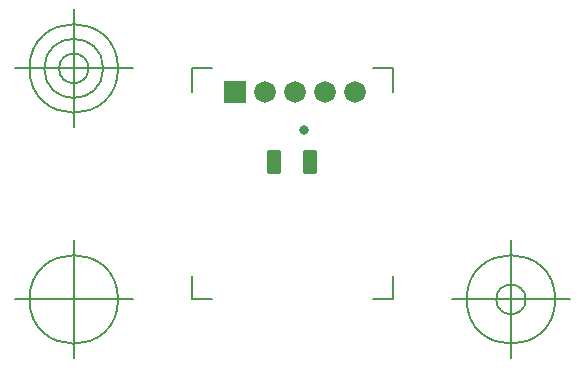
<source format=gbr>
G04 Generated by Ultiboard 11.0 *
%FSLAX25Y25*%
%MOIN*%

%ADD10C,0.00500*%
%ADD11C,0.03200*%
%ADD12C,0.07200*%
%ADD13R,0.07200X0.07200*%
%ADD14R,0.03084X0.06168*%
%ADD15C,0.01666*%


G04 ColorRGB FF00CC for the following layer *
%LNSolder Mask Top*%
%LPD*%
%FSLAX25Y25*%
%MOIN*%
G54D10*
X-21000Y-1000D02*
X-21000Y6700D01*
X-21000Y-1000D02*
X-14300Y-1000D01*
X46000Y-1000D02*
X39300Y-1000D01*
X46000Y-1000D02*
X46000Y6700D01*
X46000Y76000D02*
X46000Y68300D01*
X46000Y76000D02*
X39300Y76000D01*
X-21000Y76000D02*
X-14300Y76000D01*
X-21000Y76000D02*
X-21000Y68300D01*
X-40685Y-1000D02*
X-80055Y-1000D01*
X-60370Y-20685D02*
X-60370Y18685D01*
X-75134Y-1000D02*
G75*
D01*
G02X-75134Y-1000I14764J0*
G01*
X65685Y-1000D02*
X105055Y-1000D01*
X85370Y-20685D02*
X85370Y18685D01*
X70606Y-1000D02*
G75*
D01*
G02X70606Y-1000I14764J0*
G01*
X80449Y-1000D02*
G75*
D01*
G02X80449Y-1000I4921J0*
G01*
X-40685Y76000D02*
X-80055Y76000D01*
X-60370Y56315D02*
X-60370Y95685D01*
X-75134Y76000D02*
G75*
D01*
G02X-75134Y76000I14764J0*
G01*
X-70213Y76000D02*
G75*
D01*
G02X-70213Y76000I9843J0*
G01*
X-65291Y76000D02*
G75*
D01*
G02X-65291Y76000I4921J0*
G01*
G54D11*
X16500Y55500D03*
G54D12*
X3500Y68000D03*
X33500Y68000D03*
X13500Y68000D03*
X23500Y68000D03*
G54D13*
X-6500Y68000D03*
G54D14*
X18174Y45007D03*
X6340Y45007D03*
G54D15*
X16632Y41923D02*
X19716Y41923D01*
X19716Y48091D01*
X16632Y48091D01*
X16632Y41923D01*D02*
X4798Y41923D02*
X7882Y41923D01*
X7882Y48091D01*
X4798Y48091D01*
X4798Y41923D01*D02*

M00*

</source>
